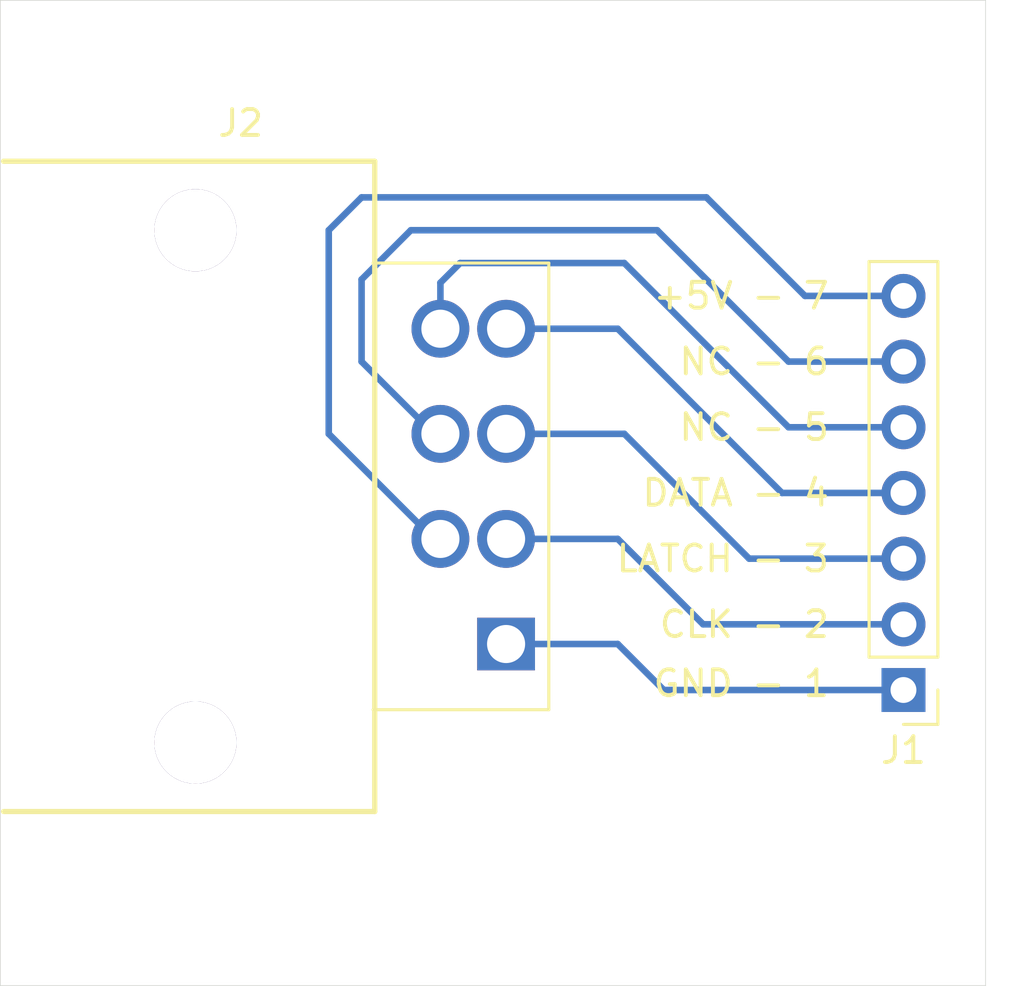
<source format=kicad_pcb>
(kicad_pcb (version 20171130) (host pcbnew "(5.1.10-1-10_14)")

  (general
    (thickness 1.6)
    (drawings 11)
    (tracks 29)
    (zones 0)
    (modules 2)
    (nets 8)
  )

  (page USLetter)
  (title_block
    (title "NES Connector Breadboard Adapter")
    (date 2021-06-09)
    (rev A)
    (comment 2 creativecommons.org/licenses/by/4.0/)
    (comment 3 "License: CC BY 4.0")
    (comment 4 "Author: Dave Dribin")
  )

  (layers
    (0 F.Cu signal)
    (31 B.Cu signal)
    (32 B.Adhes user)
    (33 F.Adhes user)
    (34 B.Paste user)
    (35 F.Paste user)
    (36 B.SilkS user)
    (37 F.SilkS user)
    (38 B.Mask user)
    (39 F.Mask user)
    (40 Dwgs.User user)
    (41 Cmts.User user)
    (42 Eco1.User user)
    (43 Eco2.User user)
    (44 Edge.Cuts user)
    (45 Margin user)
    (46 B.CrtYd user)
    (47 F.CrtYd user)
    (48 B.Fab user)
    (49 F.Fab user)
  )

  (setup
    (last_trace_width 0.254)
    (trace_clearance 0.254)
    (zone_clearance 0.508)
    (zone_45_only no)
    (trace_min 0.1524)
    (via_size 0.6858)
    (via_drill 0.3302)
    (via_min_size 0.508)
    (via_min_drill 0.254)
    (uvia_size 0.6858)
    (uvia_drill 0.3302)
    (uvias_allowed no)
    (uvia_min_size 0.508)
    (uvia_min_drill 0.254)
    (edge_width 0.05)
    (segment_width 0.2)
    (pcb_text_width 0.3)
    (pcb_text_size 1.5 1.5)
    (mod_edge_width 0.12)
    (mod_text_size 1 1)
    (mod_text_width 0.15)
    (pad_size 1.524 1.524)
    (pad_drill 0.762)
    (pad_to_mask_clearance 0.0508)
    (aux_axis_origin 0 0)
    (visible_elements FFFFFF7F)
    (pcbplotparams
      (layerselection 0x010fc_ffffffff)
      (usegerberextensions false)
      (usegerberattributes true)
      (usegerberadvancedattributes true)
      (creategerberjobfile true)
      (excludeedgelayer true)
      (linewidth 0.100000)
      (plotframeref false)
      (viasonmask false)
      (mode 1)
      (useauxorigin false)
      (hpglpennumber 1)
      (hpglpenspeed 20)
      (hpglpendiameter 15.000000)
      (psnegative false)
      (psa4output false)
      (plotreference true)
      (plotvalue true)
      (plotinvisibletext false)
      (padsonsilk false)
      (subtractmaskfromsilk false)
      (outputformat 1)
      (mirror false)
      (drillshape 1)
      (scaleselection 1)
      (outputdirectory ""))
  )

  (net 0 "")
  (net 1 "Net-(J1-Pad1)")
  (net 2 "Net-(J1-Pad2)")
  (net 3 "Net-(J1-Pad3)")
  (net 4 "Net-(J1-Pad4)")
  (net 5 "Net-(J1-Pad5)")
  (net 6 "Net-(J1-Pad6)")
  (net 7 "Net-(J1-Pad7)")

  (net_class Default "This is the default net class."
    (clearance 0.254)
    (trace_width 0.254)
    (via_dia 0.6858)
    (via_drill 0.3302)
    (uvia_dia 0.6858)
    (uvia_drill 0.3302)
    (diff_pair_width 0.2032)
    (diff_pair_gap 0.254)
    (add_net "Net-(J1-Pad1)")
    (add_net "Net-(J1-Pad2)")
    (add_net "Net-(J1-Pad3)")
    (add_net "Net-(J1-Pad4)")
    (add_net "Net-(J1-Pad5)")
    (add_net "Net-(J1-Pad6)")
    (add_net "Net-(J1-Pad7)")
  )

  (module nes-port-breadboard:NES_Port_Male_Horizontal (layer F.Cu) (tedit 60C4CAA8) (tstamp 60C21AAF)
    (at 147.574 107.696)
    (path /60C605E6)
    (fp_text reference J2 (at -11.2776 -14.0462) (layer F.SilkS)
      (effects (font (size 1 1) (thickness 0.15)))
    )
    (fp_text value NES_Port_Male (at -10.4394 16.764) (layer F.Fab)
      (effects (font (size 1 1) (thickness 0.15)))
    )
    (fp_line (start -20.4724 -12.446) (end -6.2484 -12.446) (layer F.Fab) (width 0.1016))
    (fp_line (start -17.4752 14.859) (end -15.2146 14.859) (layer F.Fab) (width 0.1016))
    (fp_line (start -17.4752 12.446) (end -17.4752 14.859) (layer F.Fab) (width 0.1016))
    (fp_line (start -15.2146 14.859) (end -15.2146 12.446) (layer F.Fab) (width 0.1016))
    (fp_line (start -15.2146 -14.859) (end -15.2146 -12.446) (layer F.Fab) (width 0.1016))
    (fp_line (start -17.4752 -14.859) (end -15.2146 -14.859) (layer F.Fab) (width 0.1016))
    (fp_line (start -17.4752 -12.446) (end -17.4752 -14.859) (layer F.Fab) (width 0.1016))
    (fp_line (start -6.2484 -12.446) (end -6.2484 12.446) (layer F.Fab) (width 0.1016))
    (fp_line (start -20.4724 -12.446) (end -20.4724 12.446) (layer F.Fab) (width 0.1016))
    (fp_line (start -20.447 -12.573) (end -6.096 -12.573) (layer F.SilkS) (width 0.2032))
    (fp_line (start -6.2484 12.446) (end -20.4724 12.446) (layer F.Fab) (width 0.1016))
    (fp_line (start -6.223 -8.001) (end 0 -8.001) (layer F.Fab) (width 0.12))
    (fp_line (start -6.223 8.001) (end 0 8.001) (layer F.Fab) (width 0.12))
    (fp_line (start 0 -8.001) (end 0 8.001) (layer F.Fab) (width 0.12))
    (fp_line (start -6.096 -12.573) (end -6.096 12.573) (layer F.SilkS) (width 0.2032))
    (fp_line (start -6.096 12.573) (end -20.447 12.573) (layer F.SilkS) (width 0.2032))
    (fp_line (start -6.1595 -8.636) (end 0.635 -8.636) (layer F.SilkS) (width 0.12))
    (fp_line (start 0.635 -8.636) (end 0.635 8.636) (layer F.SilkS) (width 0.12))
    (fp_line (start 0.635 8.636) (end -6.1595 8.636) (layer F.SilkS) (width 0.12))
    (pad 4 thru_hole circle (at -1.016 -6.096) (size 2.2352 2.2352) (drill 1.4732) (layers *.Cu *.Mask)
      (net 4 "Net-(J1-Pad4)"))
    (pad 3 thru_hole circle (at -1.016 -2.032) (size 2.2352 2.2352) (drill 1.4732) (layers *.Cu *.Mask)
      (net 3 "Net-(J1-Pad3)"))
    (pad 2 thru_hole circle (at -1.016 2.032) (size 2.2352 2.2352) (drill 1.4732) (layers *.Cu *.Mask)
      (net 2 "Net-(J1-Pad2)"))
    (pad 1 thru_hole rect (at -1.016 6.096) (size 2.2352 2.032) (drill 1.4732) (layers *.Cu *.Mask)
      (net 1 "Net-(J1-Pad1)"))
    (pad 5 thru_hole circle (at -3.556 -6.096) (size 2.2352 2.2352) (drill 1.4732) (layers *.Cu *.Mask)
      (net 5 "Net-(J1-Pad5)"))
    (pad 7 thru_hole circle (at -3.556 2.032) (size 2.2352 2.2352) (drill 1.4732) (layers *.Cu *.Mask)
      (net 7 "Net-(J1-Pad7)"))
    (pad 6 thru_hole circle (at -3.556 -2.032) (size 2.2352 2.2352) (drill 1.4732) (layers *.Cu *.Mask)
      (net 6 "Net-(J1-Pad6)"))
    (pad "" thru_hole circle (at -13.0302 -9.906) (size 3.175 3.175) (drill 3.175) (layers *.Cu *.Mask))
    (pad "" thru_hole circle (at -13.0302 9.906) (size 3.175 3.175) (drill 3.175) (layers *.Cu *.Mask))
  )

  (module Connector_PinHeader_2.54mm:PinHeader_1x07_P2.54mm_Vertical (layer F.Cu) (tedit 59FED5CC) (tstamp 60C54912)
    (at 161.925 115.57 180)
    (descr "Through hole straight pin header, 1x07, 2.54mm pitch, single row")
    (tags "Through hole pin header THT 1x07 2.54mm single row")
    (path /60C61DBB)
    (fp_text reference J1 (at 0 -2.33) (layer F.SilkS)
      (effects (font (size 1 1) (thickness 0.15)))
    )
    (fp_text value Conn_01x07 (at 0 17.57) (layer F.Fab)
      (effects (font (size 1 1) (thickness 0.15)))
    )
    (fp_line (start 1.8 -1.8) (end -1.8 -1.8) (layer F.CrtYd) (width 0.05))
    (fp_line (start 1.8 17.05) (end 1.8 -1.8) (layer F.CrtYd) (width 0.05))
    (fp_line (start -1.8 17.05) (end 1.8 17.05) (layer F.CrtYd) (width 0.05))
    (fp_line (start -1.8 -1.8) (end -1.8 17.05) (layer F.CrtYd) (width 0.05))
    (fp_line (start -1.33 -1.33) (end 0 -1.33) (layer F.SilkS) (width 0.12))
    (fp_line (start -1.33 0) (end -1.33 -1.33) (layer F.SilkS) (width 0.12))
    (fp_line (start -1.33 1.27) (end 1.33 1.27) (layer F.SilkS) (width 0.12))
    (fp_line (start 1.33 1.27) (end 1.33 16.57) (layer F.SilkS) (width 0.12))
    (fp_line (start -1.33 1.27) (end -1.33 16.57) (layer F.SilkS) (width 0.12))
    (fp_line (start -1.33 16.57) (end 1.33 16.57) (layer F.SilkS) (width 0.12))
    (fp_line (start -1.27 -0.635) (end -0.635 -1.27) (layer F.Fab) (width 0.1))
    (fp_line (start -1.27 16.51) (end -1.27 -0.635) (layer F.Fab) (width 0.1))
    (fp_line (start 1.27 16.51) (end -1.27 16.51) (layer F.Fab) (width 0.1))
    (fp_line (start 1.27 -1.27) (end 1.27 16.51) (layer F.Fab) (width 0.1))
    (fp_line (start -0.635 -1.27) (end 1.27 -1.27) (layer F.Fab) (width 0.1))
    (fp_text user %R (at 0 7.62 90) (layer F.Fab)
      (effects (font (size 1 1) (thickness 0.15)))
    )
    (pad 1 thru_hole rect (at 0 0 180) (size 1.7 1.7) (drill 1) (layers *.Cu *.Mask)
      (net 1 "Net-(J1-Pad1)"))
    (pad 2 thru_hole oval (at 0 2.54 180) (size 1.7 1.7) (drill 1) (layers *.Cu *.Mask)
      (net 2 "Net-(J1-Pad2)"))
    (pad 3 thru_hole oval (at 0 5.08 180) (size 1.7 1.7) (drill 1) (layers *.Cu *.Mask)
      (net 3 "Net-(J1-Pad3)"))
    (pad 4 thru_hole oval (at 0 7.62 180) (size 1.7 1.7) (drill 1) (layers *.Cu *.Mask)
      (net 4 "Net-(J1-Pad4)"))
    (pad 5 thru_hole oval (at 0 10.16 180) (size 1.7 1.7) (drill 1) (layers *.Cu *.Mask)
      (net 5 "Net-(J1-Pad5)"))
    (pad 6 thru_hole oval (at 0 12.7 180) (size 1.7 1.7) (drill 1) (layers *.Cu *.Mask)
      (net 6 "Net-(J1-Pad6)"))
    (pad 7 thru_hole oval (at 0 15.24 180) (size 1.7 1.7) (drill 1) (layers *.Cu *.Mask)
      (net 7 "Net-(J1-Pad7)"))
    (model ${KISYS3DMOD}/Connector_PinHeader_2.54mm.3dshapes/PinHeader_1x07_P2.54mm_Vertical.wrl
      (at (xyz 0 0 0))
      (scale (xyz 1 1 1))
      (rotate (xyz 0 0 0))
    )
  )

  (gr_text "+5V - 7" (at 159.131 100.33) (layer F.SilkS) (tstamp 60C5494A)
    (effects (font (size 1 1) (thickness 0.15)) (justify right))
  )
  (gr_text "NC - 6" (at 159.131 102.87) (layer F.SilkS) (tstamp 60C54953)
    (effects (font (size 1 1) (thickness 0.15)) (justify right))
  )
  (gr_text "NC - 5" (at 159.131 105.41) (layer F.SilkS) (tstamp 60C5494D)
    (effects (font (size 1 1) (thickness 0.15)) (justify right))
  )
  (gr_text "DATA - 4" (at 159.131 107.95) (layer F.SilkS) (tstamp 60C54950)
    (effects (font (size 1 1) (thickness 0.15)) (justify right))
  )
  (gr_text "LATCH - 3" (at 159.131 110.49) (layer F.SilkS) (tstamp 60C5495C)
    (effects (font (size 1 1) (thickness 0.15)) (justify right))
  )
  (gr_text "CLK - 2" (at 159.131 113.03) (layer F.SilkS) (tstamp 60C54959)
    (effects (font (size 1 1) (thickness 0.15)) (justify right))
  )
  (gr_text "GND - 1" (at 159.131 115.316) (layer F.SilkS) (tstamp 60C54A8A)
    (effects (font (size 1 1) (thickness 0.15)) (justify right))
  )
  (gr_line (start 127 88.9) (end 165.1 88.9) (layer Edge.Cuts) (width 0.0254) (tstamp 60C1A918))
  (gr_line (start 165.1 127) (end 127 127) (layer Edge.Cuts) (width 0.0254) (tstamp 60C1A915))
  (gr_line (start 165.1 88.9) (end 165.1 127) (layer Edge.Cuts) (width 0.0254) (tstamp 60C54947))
  (gr_line (start 127 88.9) (end 127 127) (layer Edge.Cuts) (width 0.0254))

  (segment (start 152.654 115.57) (end 150.876 113.792) (width 0.254) (layer B.Cu) (net 1) (tstamp 60C54986))
  (segment (start 161.925 115.57) (end 152.654 115.57) (width 0.254) (layer B.Cu) (net 1))
  (segment (start 146.558 113.792) (end 150.876 113.792) (width 0.254) (layer B.Cu) (net 1))
  (segment (start 154.178 113.03) (end 150.876 109.728) (width 0.254) (layer B.Cu) (net 2) (tstamp 60C54980))
  (segment (start 161.925 113.03) (end 154.178 113.03) (width 0.254) (layer B.Cu) (net 2))
  (segment (start 146.558 109.728) (end 150.876 109.728) (width 0.254) (layer B.Cu) (net 2))
  (segment (start 155.956 110.49) (end 151.13 105.664) (width 0.254) (layer B.Cu) (net 3) (tstamp 60C5497A))
  (segment (start 161.925 110.49) (end 155.956 110.49) (width 0.254) (layer B.Cu) (net 3))
  (segment (start 146.558 105.664) (end 151.13 105.664) (width 0.254) (layer B.Cu) (net 3))
  (segment (start 157.226 107.95) (end 150.876 101.6) (width 0.254) (layer B.Cu) (net 4) (tstamp 60C54974))
  (segment (start 161.925 107.95) (end 157.226 107.95) (width 0.254) (layer B.Cu) (net 4))
  (segment (start 146.558 101.6) (end 150.876 101.6) (width 0.254) (layer B.Cu) (net 4))
  (segment (start 157.48 105.41) (end 151.13 99.06) (width 0.254) (layer B.Cu) (net 5) (tstamp 60C5496B))
  (segment (start 144.78 99.06) (end 144.018 99.822) (width 0.254) (layer B.Cu) (net 5))
  (segment (start 144.018 99.822) (end 144.018 101.6) (width 0.254) (layer B.Cu) (net 5))
  (segment (start 161.925 105.41) (end 157.48 105.41) (width 0.254) (layer B.Cu) (net 5))
  (segment (start 144.78 99.06) (end 151.13 99.06) (width 0.254) (layer B.Cu) (net 5))
  (segment (start 161.925 102.87) (end 157.48 102.87) (width 0.254) (layer B.Cu) (net 6))
  (segment (start 144.018 105.918) (end 140.97 102.87) (width 0.254) (layer B.Cu) (net 6))
  (segment (start 140.97 99.695) (end 142.875 97.79) (width 0.254) (layer B.Cu) (net 6))
  (segment (start 140.97 102.87) (end 140.97 99.695) (width 0.254) (layer B.Cu) (net 6))
  (segment (start 157.48 102.87) (end 152.4 97.79) (width 0.254) (layer B.Cu) (net 6))
  (segment (start 152.4 97.79) (end 142.875 97.79) (width 0.254) (layer B.Cu) (net 6))
  (segment (start 139.7 105.664) (end 144.018 109.982) (width 0.254) (layer B.Cu) (net 7))
  (segment (start 139.7 97.79) (end 139.7 105.664) (width 0.254) (layer B.Cu) (net 7))
  (segment (start 140.97 96.52) (end 139.7 97.79) (width 0.254) (layer B.Cu) (net 7))
  (segment (start 158.115 100.33) (end 154.305 96.52) (width 0.254) (layer B.Cu) (net 7))
  (segment (start 161.925 100.33) (end 158.115 100.33) (width 0.254) (layer B.Cu) (net 7))
  (segment (start 140.97 96.52) (end 154.305 96.52) (width 0.254) (layer B.Cu) (net 7))

)

</source>
